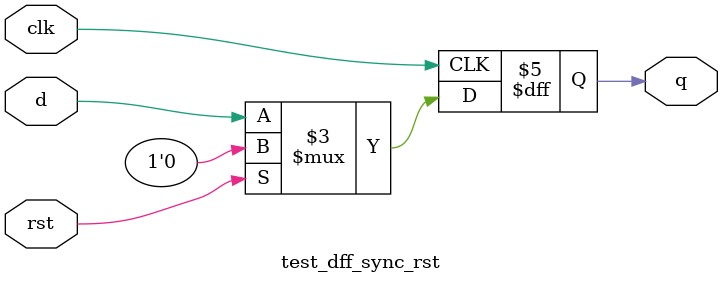
<source format=sv>

module test_dff_sync_rst(
  input logic clk,
  input logic rst,
  input logic d,
  output logic q
);
  always @(posedge clk) begin
    if (rst)
      q <= 1'b0;
    else
      q <= d;
  end
endmodule

</source>
